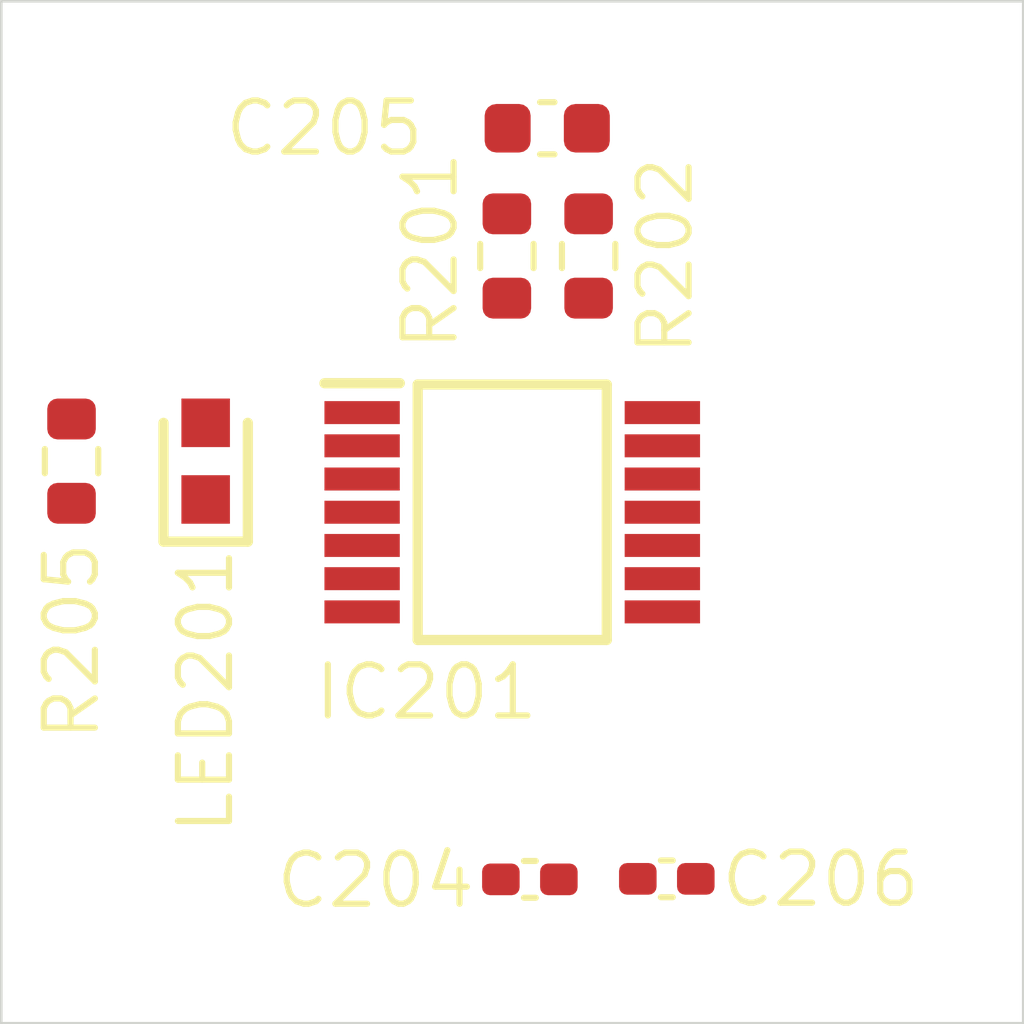
<source format=kicad_pcb>
(kicad_pcb (version 20171130) (host pcbnew 5.1.12-84ad8e8a86~92~ubuntu18.04.1)

  (general
    (thickness 1.6)
    (drawings 4)
    (tracks 0)
    (zones 0)
    (modules 8)
    (nets 15)
  )

  (page A4)
  (title_block
    (title "dual thermocouple datalogger")
    (date 2021-01-15)
    (rev v1.1a)
    (comment 3 "License: Proprietry")
    (comment 4 "Luke Vassallo")
  )

  (layers
    (0 F.Cu signal)
    (31 B.Cu signal)
    (32 B.Adhes user)
    (33 F.Adhes user)
    (34 B.Paste user)
    (35 F.Paste user)
    (36 B.SilkS user)
    (37 F.SilkS user)
    (38 B.Mask user)
    (39 F.Mask user)
    (40 Dwgs.User user)
    (41 Cmts.User user)
    (42 Eco1.User user)
    (43 Eco2.User user)
    (44 Edge.Cuts user)
    (45 Margin user)
    (46 B.CrtYd user)
    (47 F.CrtYd user)
    (48 B.Fab user hide)
    (49 F.Fab user hide)
  )

  (setup
    (last_trace_width 0.254)
    (user_trace_width 0.2)
    (user_trace_width 0.3)
    (user_trace_width 0.4)
    (user_trace_width 0.45)
    (user_trace_width 0.5)
    (user_trace_width 0.6)
    (user_trace_width 0.8)
    (user_trace_width 0.9)
    (user_trace_width 1)
    (trace_clearance 0.2)
    (zone_clearance 0)
    (zone_45_only no)
    (trace_min 0.2)
    (via_size 0.8)
    (via_drill 0.4)
    (via_min_size 0.4)
    (via_min_drill 0.3)
    (user_via 0.6 0.3)
    (user_via 6.5 3.5)
    (uvia_size 0.3)
    (uvia_drill 0.1)
    (uvias_allowed no)
    (uvia_min_size 0.2)
    (uvia_min_drill 0.1)
    (edge_width 0.05)
    (segment_width 0.2)
    (pcb_text_width 0.3)
    (pcb_text_size 1.5 1.5)
    (mod_edge_width 0.12)
    (mod_text_size 1 1)
    (mod_text_width 0.15)
    (pad_size 0.4 1.35)
    (pad_drill 0)
    (pad_to_mask_clearance 0)
    (aux_axis_origin 0 0)
    (visible_elements FFFFFF7F)
    (pcbplotparams
      (layerselection 0x010f0_ffffffff)
      (usegerberextensions false)
      (usegerberattributes true)
      (usegerberadvancedattributes true)
      (creategerberjobfile true)
      (excludeedgelayer true)
      (linewidth 0.100000)
      (plotframeref false)
      (viasonmask false)
      (mode 1)
      (useauxorigin false)
      (hpglpennumber 1)
      (hpglpenspeed 20)
      (hpglpendiameter 15.000000)
      (psnegative false)
      (psa4output false)
      (plotreference true)
      (plotvalue true)
      (plotinvisibletext false)
      (padsonsilk false)
      (subtractmaskfromsilk false)
      (outputformat 1)
      (mirror false)
      (drillshape 0)
      (scaleselection 1)
      (outputdirectory "fabrication-outputs/"))
  )

  (net 0 "")
  (net 1 3V3)
  (net 2 /thermocouple/T0-)
  (net 3 /thermocouple/T0+)
  (net 4 /thermocouple/MOSI)
  (net 5 /thermocouple/MISO)
  (net 6 /thermocouple/SCK)
  (net 7 /thermocouple/CS0)
  (net 8 GND)
  (net 9 "Net-(IC201-Pad2)")
  (net 10 "Net-(IC201-Pad6)")
  (net 11 /thermocouple/FAULT0)
  (net 12 "Net-(J201-Pad2)")
  (net 13 "Net-(LED201-Pad2)")
  (net 14 "Net-(IC201-Pad7)")

  (net_class Default "This is the default net class."
    (clearance 0.2)
    (trace_width 0.254)
    (via_dia 0.8)
    (via_drill 0.4)
    (uvia_dia 0.3)
    (uvia_drill 0.1)
    (add_net /thermocouple/CS0)
    (add_net /thermocouple/FAULT0)
    (add_net /thermocouple/MISO)
    (add_net /thermocouple/MOSI)
    (add_net /thermocouple/SCK)
    (add_net /thermocouple/T0+)
    (add_net /thermocouple/T0-)
    (add_net 3V3)
    (add_net GND)
    (add_net "Net-(IC201-Pad2)")
    (add_net "Net-(IC201-Pad6)")
    (add_net "Net-(IC201-Pad7)")
    (add_net "Net-(J201-Pad2)")
    (add_net "Net-(LED201-Pad2)")
  )

  (module Capacitor_SMD:C_0402_1005Metric_Pad0.74x0.62mm_HandSolder (layer F.Cu) (tedit 5F6BB22C) (tstamp 6002C405)
    (at 160.345 77.185)
    (descr "Capacitor SMD 0402 (1005 Metric), square (rectangular) end terminal, IPC_7351 nominal with elongated pad for handsoldering. (Body size source: IPC-SM-782 page 76, https://www.pcb-3d.com/wordpress/wp-content/uploads/ipc-sm-782a_amendment_1_and_2.pdf), generated with kicad-footprint-generator")
    (tags "capacitor handsolder")
    (path /5FFF718E/6026E2D2)
    (attr smd)
    (fp_text reference C204 (at -3.02 0.02 180) (layer F.SilkS)
      (effects (font (size 1 1) (thickness 0.12)))
    )
    (fp_text value 0.01uF (at 0 1.16) (layer F.Fab)
      (effects (font (size 1 1) (thickness 0.15)))
    )
    (fp_line (start -0.5 0.25) (end -0.5 -0.25) (layer F.Fab) (width 0.1))
    (fp_line (start -0.5 -0.25) (end 0.5 -0.25) (layer F.Fab) (width 0.1))
    (fp_line (start 0.5 -0.25) (end 0.5 0.25) (layer F.Fab) (width 0.1))
    (fp_line (start 0.5 0.25) (end -0.5 0.25) (layer F.Fab) (width 0.1))
    (fp_line (start -0.115835 -0.36) (end 0.115835 -0.36) (layer F.SilkS) (width 0.12))
    (fp_line (start -0.115835 0.36) (end 0.115835 0.36) (layer F.SilkS) (width 0.12))
    (fp_line (start -1.08 0.46) (end -1.08 -0.46) (layer F.CrtYd) (width 0.05))
    (fp_line (start -1.08 -0.46) (end 1.08 -0.46) (layer F.CrtYd) (width 0.05))
    (fp_line (start 1.08 -0.46) (end 1.08 0.46) (layer F.CrtYd) (width 0.05))
    (fp_line (start 1.08 0.46) (end -1.08 0.46) (layer F.CrtYd) (width 0.05))
    (fp_text user %R (at 0 0) (layer F.Fab)
      (effects (font (size 0.25 0.25) (thickness 0.04)))
    )
    (pad 2 smd roundrect (at 0.5675 0) (size 0.735 0.62) (layers F.Cu F.Paste F.Mask) (roundrect_rratio 0.25)
      (net 2 /thermocouple/T0-))
    (pad 1 smd roundrect (at -0.5675 0) (size 0.735 0.62) (layers F.Cu F.Paste F.Mask) (roundrect_rratio 0.25)
      (net 8 GND))
    (model ${KISYS3DMOD}/Capacitor_SMD.3dshapes/C_0402_1005Metric.wrl
      (at (xyz 0 0 0))
      (scale (xyz 1 1 1))
      (rotate (xyz 0 0 0))
    )
  )

  (module Capacitor_SMD:C_0603_1608Metric (layer F.Cu) (tedit 5F68FEEE) (tstamp 6002C435)
    (at 160.685 62.485)
    (descr "Capacitor SMD 0603 (1608 Metric), square (rectangular) end terminal, IPC_7351 nominal, (Body size source: IPC-SM-782 page 76, https://www.pcb-3d.com/wordpress/wp-content/uploads/ipc-sm-782a_amendment_1_and_2.pdf), generated with kicad-footprint-generator")
    (tags capacitor)
    (path /5FFF718E/6026E2D8)
    (attr smd)
    (fp_text reference C205 (at -4.36 0) (layer F.SilkS)
      (effects (font (size 1 1) (thickness 0.12)))
    )
    (fp_text value 0.1uF (at 0 1.43) (layer F.Fab)
      (effects (font (size 1 1) (thickness 0.15)))
    )
    (fp_line (start -0.8 0.4) (end -0.8 -0.4) (layer F.Fab) (width 0.1))
    (fp_line (start -0.8 -0.4) (end 0.8 -0.4) (layer F.Fab) (width 0.1))
    (fp_line (start 0.8 -0.4) (end 0.8 0.4) (layer F.Fab) (width 0.1))
    (fp_line (start 0.8 0.4) (end -0.8 0.4) (layer F.Fab) (width 0.1))
    (fp_line (start -0.14058 -0.51) (end 0.14058 -0.51) (layer F.SilkS) (width 0.12))
    (fp_line (start -0.14058 0.51) (end 0.14058 0.51) (layer F.SilkS) (width 0.12))
    (fp_line (start -1.48 0.73) (end -1.48 -0.73) (layer F.CrtYd) (width 0.05))
    (fp_line (start -1.48 -0.73) (end 1.48 -0.73) (layer F.CrtYd) (width 0.05))
    (fp_line (start 1.48 -0.73) (end 1.48 0.73) (layer F.CrtYd) (width 0.05))
    (fp_line (start 1.48 0.73) (end -1.48 0.73) (layer F.CrtYd) (width 0.05))
    (fp_text user %R (at 0 0) (layer F.Fab)
      (effects (font (size 0.4 0.4) (thickness 0.06)))
    )
    (pad 2 smd roundrect (at 0.775 0) (size 0.9 0.95) (layers F.Cu F.Paste F.Mask) (roundrect_rratio 0.25)
      (net 3 /thermocouple/T0+))
    (pad 1 smd roundrect (at -0.775 0) (size 0.9 0.95) (layers F.Cu F.Paste F.Mask) (roundrect_rratio 0.25)
      (net 2 /thermocouple/T0-))
    (model ${KISYS3DMOD}/Capacitor_SMD.3dshapes/C_0603_1608Metric.wrl
      (at (xyz 0 0 0))
      (scale (xyz 1 1 1))
      (rotate (xyz 0 0 0))
    )
  )

  (module Capacitor_SMD:C_0402_1005Metric_Pad0.74x0.62mm_HandSolder (layer F.Cu) (tedit 5F6BB22C) (tstamp 6002C3D5)
    (at 163.025 77.175 180)
    (descr "Capacitor SMD 0402 (1005 Metric), square (rectangular) end terminal, IPC_7351 nominal with elongated pad for handsoldering. (Body size source: IPC-SM-782 page 76, https://www.pcb-3d.com/wordpress/wp-content/uploads/ipc-sm-782a_amendment_1_and_2.pdf), generated with kicad-footprint-generator")
    (tags "capacitor handsolder")
    (path /5FFF718E/6026E2DE)
    (attr smd)
    (fp_text reference C206 (at -3.01 -0.01 180) (layer F.SilkS)
      (effects (font (size 1 1) (thickness 0.12)))
    )
    (fp_text value 0.01uF (at 0 1.16) (layer F.Fab)
      (effects (font (size 1 1) (thickness 0.15)))
    )
    (fp_line (start 1.08 0.46) (end -1.08 0.46) (layer F.CrtYd) (width 0.05))
    (fp_line (start 1.08 -0.46) (end 1.08 0.46) (layer F.CrtYd) (width 0.05))
    (fp_line (start -1.08 -0.46) (end 1.08 -0.46) (layer F.CrtYd) (width 0.05))
    (fp_line (start -1.08 0.46) (end -1.08 -0.46) (layer F.CrtYd) (width 0.05))
    (fp_line (start -0.115835 0.36) (end 0.115835 0.36) (layer F.SilkS) (width 0.12))
    (fp_line (start -0.115835 -0.36) (end 0.115835 -0.36) (layer F.SilkS) (width 0.12))
    (fp_line (start 0.5 0.25) (end -0.5 0.25) (layer F.Fab) (width 0.1))
    (fp_line (start 0.5 -0.25) (end 0.5 0.25) (layer F.Fab) (width 0.1))
    (fp_line (start -0.5 -0.25) (end 0.5 -0.25) (layer F.Fab) (width 0.1))
    (fp_line (start -0.5 0.25) (end -0.5 -0.25) (layer F.Fab) (width 0.1))
    (fp_text user %R (at 0 0) (layer F.Fab)
      (effects (font (size 0.25 0.25) (thickness 0.04)))
    )
    (pad 1 smd roundrect (at -0.5675 0 180) (size 0.735 0.62) (layers F.Cu F.Paste F.Mask) (roundrect_rratio 0.25)
      (net 8 GND))
    (pad 2 smd roundrect (at 0.5675 0 180) (size 0.735 0.62) (layers F.Cu F.Paste F.Mask) (roundrect_rratio 0.25)
      (net 3 /thermocouple/T0+))
    (model ${KISYS3DMOD}/Capacitor_SMD.3dshapes/C_0402_1005Metric.wrl
      (at (xyz 0 0 0))
      (scale (xyz 1 1 1))
      (rotate (xyz 0 0 0))
    )
  )

  (module MAX31856MUD+:SOP65P640X110-14N locked (layer F.Cu) (tedit 5FFF3AF7) (tstamp 60020CB2)
    (at 160 70)
    (descr MAX31856MUD+)
    (tags "Integrated Circuit")
    (path /5FFF718E/6026E2C0)
    (attr smd)
    (fp_text reference IC201 (at -1.68 3.52) (layer F.SilkS)
      (effects (font (size 1 1) (thickness 0.12)))
    )
    (fp_text value MAX31856MUD+ (at 0 0) (layer F.SilkS) hide
      (effects (font (size 1 1) (thickness 0.12)))
    )
    (fp_line (start -3.925 -2.8) (end 3.925 -2.8) (layer Dwgs.User) (width 0.05))
    (fp_line (start 3.925 -2.8) (end 3.925 2.8) (layer Dwgs.User) (width 0.05))
    (fp_line (start 3.925 2.8) (end -3.925 2.8) (layer Dwgs.User) (width 0.05))
    (fp_line (start -3.925 2.8) (end -3.925 -2.8) (layer Dwgs.User) (width 0.05))
    (fp_line (start -2.2 -2.5) (end 2.2 -2.5) (layer Dwgs.User) (width 0.1))
    (fp_line (start 2.2 -2.5) (end 2.2 2.5) (layer Dwgs.User) (width 0.1))
    (fp_line (start 2.2 2.5) (end -2.2 2.5) (layer Dwgs.User) (width 0.1))
    (fp_line (start -2.2 2.5) (end -2.2 -2.5) (layer Dwgs.User) (width 0.1))
    (fp_line (start -2.2 -1.85) (end -1.55 -2.5) (layer Dwgs.User) (width 0.1))
    (fp_line (start -1.85 -2.5) (end 1.85 -2.5) (layer F.SilkS) (width 0.2))
    (fp_line (start 1.85 -2.5) (end 1.85 2.5) (layer F.SilkS) (width 0.2))
    (fp_line (start 1.85 2.5) (end -1.85 2.5) (layer F.SilkS) (width 0.2))
    (fp_line (start -1.85 2.5) (end -1.85 -2.5) (layer F.SilkS) (width 0.2))
    (fp_line (start -3.675 -2.525) (end -2.2 -2.525) (layer F.SilkS) (width 0.2))
    (pad 1 smd rect (at -2.938 -1.95 90) (size 0.45 1.475) (layers F.Cu F.Paste F.Mask)
      (net 8 GND))
    (pad 2 smd rect (at -2.938 -1.3 90) (size 0.45 1.475) (layers F.Cu F.Paste F.Mask)
      (net 9 "Net-(IC201-Pad2)"))
    (pad 3 smd rect (at -2.938 -0.65 90) (size 0.45 1.475) (layers F.Cu F.Paste F.Mask)
      (net 2 /thermocouple/T0-))
    (pad 4 smd rect (at -2.938 0 90) (size 0.45 1.475) (layers F.Cu F.Paste F.Mask)
      (net 3 /thermocouple/T0+))
    (pad 5 smd rect (at -2.938 0.65 90) (size 0.45 1.475) (layers F.Cu F.Paste F.Mask)
      (net 1 3V3))
    (pad 6 smd rect (at -2.938 1.3 90) (size 0.45 1.475) (layers F.Cu F.Paste F.Mask)
      (net 10 "Net-(IC201-Pad6)"))
    (pad 7 smd rect (at -2.938 1.95 90) (size 0.45 1.475) (layers F.Cu F.Paste F.Mask)
      (net 14 "Net-(IC201-Pad7)"))
    (pad 8 smd rect (at 2.938 1.95 90) (size 0.45 1.475) (layers F.Cu F.Paste F.Mask)
      (net 1 3V3))
    (pad 9 smd rect (at 2.938 1.3 90) (size 0.45 1.475) (layers F.Cu F.Paste F.Mask)
      (net 7 /thermocouple/CS0))
    (pad 10 smd rect (at 2.938 0.65 90) (size 0.45 1.475) (layers F.Cu F.Paste F.Mask)
      (net 6 /thermocouple/SCK))
    (pad 11 smd rect (at 2.938 0 90) (size 0.45 1.475) (layers F.Cu F.Paste F.Mask)
      (net 5 /thermocouple/MISO))
    (pad 12 smd rect (at 2.938 -0.65 90) (size 0.45 1.475) (layers F.Cu F.Paste F.Mask)
      (net 4 /thermocouple/MOSI))
    (pad 13 smd rect (at 2.938 -1.3 90) (size 0.45 1.475) (layers F.Cu F.Paste F.Mask)
      (net 11 /thermocouple/FAULT0))
    (pad 14 smd rect (at 2.938 -1.95 90) (size 0.45 1.475) (layers F.Cu F.Paste F.Mask)
      (net 8 GND))
    (model /home/luke/thermocouple-logger/hw/samacsys/LIB_MAX31856MUD+/MAX31856MUD+/3D/MAX31856MUD+.stp
      (at (xyz 0 0 0))
      (scale (xyz 1 1 1))
      (rotate (xyz 0 0 0))
    )
  )

  (module Resistor_SMD:R_0603_1608Metric (layer F.Cu) (tedit 5F68FEEE) (tstamp 6002C0A8)
    (at 159.895 64.985 270)
    (descr "Resistor SMD 0603 (1608 Metric), square (rectangular) end terminal, IPC_7351 nominal, (Body size source: IPC-SM-782 page 72, https://www.pcb-3d.com/wordpress/wp-content/uploads/ipc-sm-782a_amendment_1_and_2.pdf), generated with kicad-footprint-generator")
    (tags resistor)
    (path /5FFF718E/6026E324)
    (attr smd)
    (fp_text reference R201 (at -0.1 1.5 90) (layer F.SilkS)
      (effects (font (size 1 1) (thickness 0.12)))
    )
    (fp_text value 100 (at 0 1.43 90) (layer F.Fab)
      (effects (font (size 1 1) (thickness 0.15)))
    )
    (fp_line (start -0.8 0.4125) (end -0.8 -0.4125) (layer F.Fab) (width 0.1))
    (fp_line (start -0.8 -0.4125) (end 0.8 -0.4125) (layer F.Fab) (width 0.1))
    (fp_line (start 0.8 -0.4125) (end 0.8 0.4125) (layer F.Fab) (width 0.1))
    (fp_line (start 0.8 0.4125) (end -0.8 0.4125) (layer F.Fab) (width 0.1))
    (fp_line (start -0.237258 -0.5225) (end 0.237258 -0.5225) (layer F.SilkS) (width 0.12))
    (fp_line (start -0.237258 0.5225) (end 0.237258 0.5225) (layer F.SilkS) (width 0.12))
    (fp_line (start -1.48 0.73) (end -1.48 -0.73) (layer F.CrtYd) (width 0.05))
    (fp_line (start -1.48 -0.73) (end 1.48 -0.73) (layer F.CrtYd) (width 0.05))
    (fp_line (start 1.48 -0.73) (end 1.48 0.73) (layer F.CrtYd) (width 0.05))
    (fp_line (start 1.48 0.73) (end -1.48 0.73) (layer F.CrtYd) (width 0.05))
    (fp_text user %R (at 0 0 90) (layer F.Fab)
      (effects (font (size 0.4 0.4) (thickness 0.06)))
    )
    (pad 2 smd roundrect (at 0.825 0 270) (size 0.8 0.95) (layers F.Cu F.Paste F.Mask) (roundrect_rratio 0.25)
      (net 9 "Net-(IC201-Pad2)"))
    (pad 1 smd roundrect (at -0.825 0 270) (size 0.8 0.95) (layers F.Cu F.Paste F.Mask) (roundrect_rratio 0.25)
      (net 2 /thermocouple/T0-))
    (model ${KISYS3DMOD}/Resistor_SMD.3dshapes/R_0603_1608Metric.wrl
      (at (xyz 0 0 0))
      (scale (xyz 1 1 1))
      (rotate (xyz 0 0 0))
    )
  )

  (module Resistor_SMD:R_0603_1608Metric (layer F.Cu) (tedit 5F68FEEE) (tstamp 60020E53)
    (at 161.495 64.985 90)
    (descr "Resistor SMD 0603 (1608 Metric), square (rectangular) end terminal, IPC_7351 nominal, (Body size source: IPC-SM-782 page 72, https://www.pcb-3d.com/wordpress/wp-content/uploads/ipc-sm-782a_amendment_1_and_2.pdf), generated with kicad-footprint-generator")
    (tags resistor)
    (path /5FFF718E/6026E31E)
    (attr smd)
    (fp_text reference R202 (at 0 1.5 90) (layer F.SilkS)
      (effects (font (size 1 1) (thickness 0.12)))
    )
    (fp_text value 100 (at 0 1.43 90) (layer F.Fab)
      (effects (font (size 1 1) (thickness 0.15)))
    )
    (fp_line (start 1.48 0.73) (end -1.48 0.73) (layer F.CrtYd) (width 0.05))
    (fp_line (start 1.48 -0.73) (end 1.48 0.73) (layer F.CrtYd) (width 0.05))
    (fp_line (start -1.48 -0.73) (end 1.48 -0.73) (layer F.CrtYd) (width 0.05))
    (fp_line (start -1.48 0.73) (end -1.48 -0.73) (layer F.CrtYd) (width 0.05))
    (fp_line (start -0.237258 0.5225) (end 0.237258 0.5225) (layer F.SilkS) (width 0.12))
    (fp_line (start -0.237258 -0.5225) (end 0.237258 -0.5225) (layer F.SilkS) (width 0.12))
    (fp_line (start 0.8 0.4125) (end -0.8 0.4125) (layer F.Fab) (width 0.1))
    (fp_line (start 0.8 -0.4125) (end 0.8 0.4125) (layer F.Fab) (width 0.1))
    (fp_line (start -0.8 -0.4125) (end 0.8 -0.4125) (layer F.Fab) (width 0.1))
    (fp_line (start -0.8 0.4125) (end -0.8 -0.4125) (layer F.Fab) (width 0.1))
    (fp_text user %R (at 0 0 90) (layer F.Fab)
      (effects (font (size 0.4 0.4) (thickness 0.06)))
    )
    (pad 1 smd roundrect (at -0.825 0 90) (size 0.8 0.95) (layers F.Cu F.Paste F.Mask) (roundrect_rratio 0.25)
      (net 12 "Net-(J201-Pad2)"))
    (pad 2 smd roundrect (at 0.825 0 90) (size 0.8 0.95) (layers F.Cu F.Paste F.Mask) (roundrect_rratio 0.25)
      (net 3 /thermocouple/T0+))
    (model ${KISYS3DMOD}/Resistor_SMD.3dshapes/R_0603_1608Metric.wrl
      (at (xyz 0 0 0))
      (scale (xyz 1 1 1))
      (rotate (xyz 0 0 0))
    )
  )

  (module 150060RS75000:LEDC1608X80N (layer F.Cu) (tedit 600D52C1) (tstamp 602BA9E6)
    (at 154 69 90)
    (descr WL-SMCW)
    (tags LED)
    (path /5FFF718E/60281B48)
    (attr smd)
    (fp_text reference LED201 (at -4.495 0 90) (layer F.SilkS)
      (effects (font (size 1 1) (thickness 0.12)))
    )
    (fp_text value 150060RS75000 (at 0 0 90) (layer F.SilkS) hide
      (effects (font (size 1 1) (thickness 0.12)))
    )
    (fp_line (start -1.575 0.825) (end 0.75 0.825) (layer F.SilkS) (width 0.2))
    (fp_line (start -1.575 -0.825) (end -1.575 0.825) (layer F.SilkS) (width 0.2))
    (fp_line (start 0.75 -0.825) (end -1.575 -0.825) (layer F.SilkS) (width 0.2))
    (fp_line (start -0.8 -0.133) (end -0.533 -0.4) (layer Dwgs.User) (width 0.1))
    (fp_line (start -0.8 0.4) (end -0.8 -0.4) (layer Dwgs.User) (width 0.1))
    (fp_line (start 0.8 0.4) (end -0.8 0.4) (layer Dwgs.User) (width 0.1))
    (fp_line (start 0.8 -0.4) (end 0.8 0.4) (layer Dwgs.User) (width 0.1))
    (fp_line (start -0.8 -0.4) (end 0.8 -0.4) (layer Dwgs.User) (width 0.1))
    (fp_line (start -1.675 0.925) (end -1.675 -0.925) (layer Dwgs.User) (width 0.05))
    (fp_line (start 1.675 0.925) (end -1.675 0.925) (layer Dwgs.User) (width 0.05))
    (fp_line (start 1.675 -0.925) (end 1.675 0.925) (layer Dwgs.User) (width 0.05))
    (fp_line (start -1.675 -0.925) (end 1.675 -0.925) (layer Dwgs.User) (width 0.05))
    (pad 1 smd rect (at -0.75 0 180) (size 0.95 0.95) (layers F.Cu F.Paste F.Mask)
      (net 11 /thermocouple/FAULT0))
    (pad 2 smd rect (at 0.75 0 180) (size 0.95 0.95) (layers F.Cu F.Paste F.Mask)
      (net 13 "Net-(LED201-Pad2)"))
  )

  (module Resistor_SMD:R_0603_1608Metric (layer F.Cu) (tedit 5F68FEEE) (tstamp 602BAA3F)
    (at 151.375 69 270)
    (descr "Resistor SMD 0603 (1608 Metric), square (rectangular) end terminal, IPC_7351 nominal, (Body size source: IPC-SM-782 page 72, https://www.pcb-3d.com/wordpress/wp-content/uploads/ipc-sm-782a_amendment_1_and_2.pdf), generated with kicad-footprint-generator")
    (tags resistor)
    (path /5FFF718E/6026D442)
    (attr smd)
    (fp_text reference R205 (at 3.525 0 90) (layer F.SilkS)
      (effects (font (size 1 1) (thickness 0.12)))
    )
    (fp_text value 2.5k (at 0 1.43 90) (layer F.Fab)
      (effects (font (size 1 1) (thickness 0.15)))
    )
    (fp_line (start -0.8 0.4125) (end -0.8 -0.4125) (layer F.Fab) (width 0.1))
    (fp_line (start -0.8 -0.4125) (end 0.8 -0.4125) (layer F.Fab) (width 0.1))
    (fp_line (start 0.8 -0.4125) (end 0.8 0.4125) (layer F.Fab) (width 0.1))
    (fp_line (start 0.8 0.4125) (end -0.8 0.4125) (layer F.Fab) (width 0.1))
    (fp_line (start -0.237258 -0.5225) (end 0.237258 -0.5225) (layer F.SilkS) (width 0.12))
    (fp_line (start -0.237258 0.5225) (end 0.237258 0.5225) (layer F.SilkS) (width 0.12))
    (fp_line (start -1.48 0.73) (end -1.48 -0.73) (layer F.CrtYd) (width 0.05))
    (fp_line (start -1.48 -0.73) (end 1.48 -0.73) (layer F.CrtYd) (width 0.05))
    (fp_line (start 1.48 -0.73) (end 1.48 0.73) (layer F.CrtYd) (width 0.05))
    (fp_line (start 1.48 0.73) (end -1.48 0.73) (layer F.CrtYd) (width 0.05))
    (fp_text user %R (at 0 0 90) (layer F.Fab)
      (effects (font (size 0.4 0.4) (thickness 0.06)))
    )
    (pad 1 smd roundrect (at -0.825 0 270) (size 0.8 0.95) (layers F.Cu F.Paste F.Mask) (roundrect_rratio 0.25)
      (net 13 "Net-(LED201-Pad2)"))
    (pad 2 smd roundrect (at 0.825 0 270) (size 0.8 0.95) (layers F.Cu F.Paste F.Mask) (roundrect_rratio 0.25)
      (net 1 3V3))
    (model ${KISYS3DMOD}/Resistor_SMD.3dshapes/R_0603_1608Metric.wrl
      (at (xyz 0 0 0))
      (scale (xyz 1 1 1))
      (rotate (xyz 0 0 0))
    )
  )

  (gr_line (start 150 60) (end 170 60) (layer Edge.Cuts) (width 0.05) (tstamp 60259A4B))
  (gr_line (start 150 60) (end 150 80) (layer Edge.Cuts) (width 0.05))
  (gr_line (start 150 80) (end 170 80) (layer Edge.Cuts) (width 0.05))
  (gr_line (start 170 80) (end 170 60) (layer Edge.Cuts) (width 0.05) (tstamp 60259A48))

)

</source>
